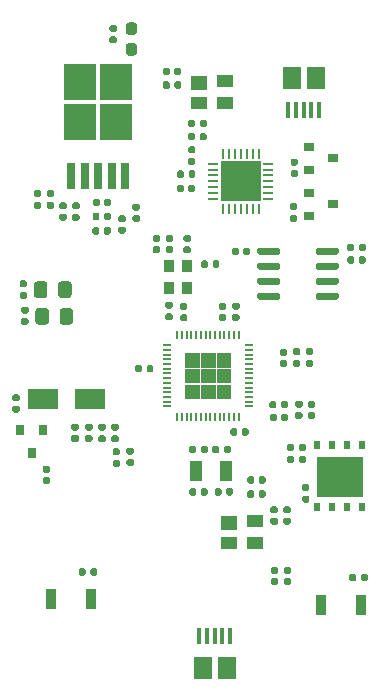
<source format=gbr>
%TF.GenerationSoftware,KiCad,Pcbnew,(5.1.6)-1*%
%TF.CreationDate,2022-05-16T14:52:33-05:00*%
%TF.ProjectId,ESP32-S2_Dev,45535033-322d-4533-925f-4465762e6b69,rev?*%
%TF.SameCoordinates,Original*%
%TF.FileFunction,Paste,Top*%
%TF.FilePolarity,Positive*%
%FSLAX46Y46*%
G04 Gerber Fmt 4.6, Leading zero omitted, Abs format (unit mm)*
G04 Created by KiCad (PCBNEW (5.1.6)-1) date 2022-05-16 14:52:33*
%MOMM*%
%LPD*%
G01*
G04 APERTURE LIST*
%ADD10C,0.100000*%
%ADD11C,0.152400*%
%ADD12R,0.204000X0.757199*%
%ADD13R,0.757199X0.204000*%
%ADD14R,1.500000X1.900000*%
%ADD15R,0.400000X1.350000*%
%ADD16R,0.900000X1.700000*%
%ADD17R,1.000000X1.800000*%
%ADD18R,0.950000X1.050000*%
%ADD19R,0.800000X2.200000*%
%ADD20R,2.750000X3.050000*%
%ADD21R,3.352800X3.352800*%
%ADD22R,0.960399X0.254800*%
%ADD23R,0.254800X0.960399*%
%ADD24R,4.000000X3.400000*%
%ADD25R,0.480000X0.700000*%
%ADD26R,0.900000X0.800000*%
%ADD27R,0.800000X0.900000*%
%ADD28R,1.400000X1.000000*%
%ADD29R,1.400000X1.200000*%
%ADD30R,2.500000X1.800000*%
G04 APERTURE END LIST*
D10*
%TO.C,U3*%
G36*
X122104666Y-101708466D02*
G01*
X122104666Y-102846200D01*
X123242400Y-102846200D01*
X123242400Y-101708466D01*
X122104666Y-101708466D01*
G37*
X122104666Y-101708466D02*
X122104666Y-102846200D01*
X123242400Y-102846200D01*
X123242400Y-101708466D01*
X122104666Y-101708466D01*
G36*
X122104666Y-100370733D02*
G01*
X122104666Y-101508467D01*
X123242400Y-101508467D01*
X123242400Y-100370733D01*
X122104666Y-100370733D01*
G37*
X122104666Y-100370733D02*
X122104666Y-101508467D01*
X123242400Y-101508467D01*
X123242400Y-100370733D01*
X122104666Y-100370733D01*
G36*
X122104666Y-99033000D02*
G01*
X122104666Y-100170734D01*
X123242400Y-100170734D01*
X123242400Y-99033000D01*
X122104666Y-99033000D01*
G37*
X122104666Y-99033000D02*
X122104666Y-100170734D01*
X123242400Y-100170734D01*
X123242400Y-99033000D01*
X122104666Y-99033000D01*
G36*
X120766933Y-101708466D02*
G01*
X120766933Y-102846200D01*
X121904667Y-102846200D01*
X121904667Y-101708466D01*
X120766933Y-101708466D01*
G37*
X120766933Y-101708466D02*
X120766933Y-102846200D01*
X121904667Y-102846200D01*
X121904667Y-101708466D01*
X120766933Y-101708466D01*
G36*
X120766933Y-100370733D02*
G01*
X120766933Y-101508467D01*
X121904667Y-101508467D01*
X121904667Y-100370733D01*
X120766933Y-100370733D01*
G37*
X120766933Y-100370733D02*
X120766933Y-101508467D01*
X121904667Y-101508467D01*
X121904667Y-100370733D01*
X120766933Y-100370733D01*
G36*
X120766933Y-99033000D02*
G01*
X120766933Y-100170734D01*
X121904667Y-100170734D01*
X121904667Y-99033000D01*
X120766933Y-99033000D01*
G37*
X120766933Y-99033000D02*
X120766933Y-100170734D01*
X121904667Y-100170734D01*
X121904667Y-99033000D01*
X120766933Y-99033000D01*
G36*
X119429200Y-101708466D02*
G01*
X119429200Y-102846200D01*
X120566934Y-102846200D01*
X120566934Y-101708466D01*
X119429200Y-101708466D01*
G37*
X119429200Y-101708466D02*
X119429200Y-102846200D01*
X120566934Y-102846200D01*
X120566934Y-101708466D01*
X119429200Y-101708466D01*
G36*
X119429200Y-100370733D02*
G01*
X119429200Y-101508467D01*
X120566934Y-101508467D01*
X120566934Y-100370733D01*
X119429200Y-100370733D01*
G37*
X119429200Y-100370733D02*
X119429200Y-101508467D01*
X120566934Y-101508467D01*
X120566934Y-100370733D01*
X119429200Y-100370733D01*
G36*
X119429200Y-99033000D02*
G01*
X119429200Y-100170734D01*
X120566934Y-100170734D01*
X120566934Y-99033000D01*
X119429200Y-99033000D01*
G37*
X119429200Y-99033000D02*
X119429200Y-100170734D01*
X120566934Y-100170734D01*
X120566934Y-99033000D01*
X119429200Y-99033000D01*
D11*
%TO.C,U1*%
X125706200Y-82904000D02*
X124229800Y-82904000D01*
X124229800Y-82904000D02*
X124229800Y-84380400D01*
X124229800Y-84380400D02*
X125706200Y-84380400D01*
X125706200Y-84380400D02*
X125706200Y-82904000D01*
X124029800Y-82904000D02*
X122553400Y-82904000D01*
X122553400Y-82904000D02*
X122553400Y-84380400D01*
X122553400Y-84380400D02*
X124029800Y-84380400D01*
X124029800Y-84380400D02*
X124029800Y-82904000D01*
X125706200Y-84580400D02*
X124229800Y-84580400D01*
X124229800Y-84580400D02*
X124229800Y-86056800D01*
X124229800Y-86056800D02*
X125706200Y-86056800D01*
X125706200Y-86056800D02*
X125706200Y-84580400D01*
X124029800Y-84580400D02*
X122553400Y-84580400D01*
X122553400Y-84580400D02*
X122553400Y-86056800D01*
X122553400Y-86056800D02*
X124029800Y-86056800D01*
X124029800Y-86056800D02*
X124029800Y-84580400D01*
%TD*%
%TO.C,C34*%
G36*
G01*
X123525500Y-95717000D02*
X123870500Y-95717000D01*
G75*
G02*
X124018000Y-95864500I0J-147500D01*
G01*
X124018000Y-96159500D01*
G75*
G02*
X123870500Y-96307000I-147500J0D01*
G01*
X123525500Y-96307000D01*
G75*
G02*
X123378000Y-96159500I0J147500D01*
G01*
X123378000Y-95864500D01*
G75*
G02*
X123525500Y-95717000I147500J0D01*
G01*
G37*
G36*
G01*
X123525500Y-94747000D02*
X123870500Y-94747000D01*
G75*
G02*
X124018000Y-94894500I0J-147500D01*
G01*
X124018000Y-95189500D01*
G75*
G02*
X123870500Y-95337000I-147500J0D01*
G01*
X123525500Y-95337000D01*
G75*
G02*
X123378000Y-95189500I0J147500D01*
G01*
X123378000Y-94894500D01*
G75*
G02*
X123525500Y-94747000I147500J0D01*
G01*
G37*
%TD*%
D12*
%TO.C,U3*%
X118735800Y-97487600D03*
X119135799Y-97487600D03*
X119535801Y-97487600D03*
X119935800Y-97487600D03*
X120335799Y-97487600D03*
X120735801Y-97487600D03*
X121135800Y-97487600D03*
X121535800Y-97487600D03*
X121935799Y-97487600D03*
X122335801Y-97487600D03*
X122735800Y-97487600D03*
X123135799Y-97487600D03*
X123535801Y-97487600D03*
X123935800Y-97487600D03*
D13*
X124787800Y-98339600D03*
X124787800Y-98739599D03*
X124787800Y-99139601D03*
X124787800Y-99539600D03*
X124787800Y-99939599D03*
X124787800Y-100339601D03*
X124787800Y-100739600D03*
X124787800Y-101139600D03*
X124787800Y-101539599D03*
X124787800Y-101939601D03*
X124787800Y-102339600D03*
X124787800Y-102739599D03*
X124787800Y-103139601D03*
X124787800Y-103539600D03*
D12*
X123935800Y-104391600D03*
X123535801Y-104391600D03*
X123135799Y-104391600D03*
X122735800Y-104391600D03*
X122335801Y-104391600D03*
X121935799Y-104391600D03*
X121535800Y-104391600D03*
X121135800Y-104391600D03*
X120735801Y-104391600D03*
X120335799Y-104391600D03*
X119935800Y-104391600D03*
X119535801Y-104391600D03*
X119135799Y-104391600D03*
X118735800Y-104391600D03*
D13*
X117883800Y-103539600D03*
X117883800Y-103139601D03*
X117883800Y-102739599D03*
X117883800Y-102339600D03*
X117883800Y-101939601D03*
X117883800Y-101539599D03*
X117883800Y-101139600D03*
X117883800Y-100739600D03*
X117883800Y-100339601D03*
X117883800Y-99939599D03*
X117883800Y-99539600D03*
X117883800Y-99139601D03*
X117883800Y-98739599D03*
X117883800Y-98339600D03*
%TD*%
D14*
%TO.C,UART1*%
X130449200Y-75735200D03*
D15*
X129449200Y-78435200D03*
X128799200Y-78435200D03*
X128149200Y-78435200D03*
X130749200Y-78435200D03*
X130099200Y-78435200D03*
D14*
X128449200Y-75735200D03*
%TD*%
%TO.C,C36*%
G36*
G01*
X110256100Y-105575600D02*
X109911100Y-105575600D01*
G75*
G02*
X109763600Y-105428100I0J147500D01*
G01*
X109763600Y-105133100D01*
G75*
G02*
X109911100Y-104985600I147500J0D01*
G01*
X110256100Y-104985600D01*
G75*
G02*
X110403600Y-105133100I0J-147500D01*
G01*
X110403600Y-105428100D01*
G75*
G02*
X110256100Y-105575600I-147500J0D01*
G01*
G37*
G36*
G01*
X110256100Y-106545600D02*
X109911100Y-106545600D01*
G75*
G02*
X109763600Y-106398100I0J147500D01*
G01*
X109763600Y-106103100D01*
G75*
G02*
X109911100Y-105955600I147500J0D01*
G01*
X110256100Y-105955600D01*
G75*
G02*
X110403600Y-106103100I0J-147500D01*
G01*
X110403600Y-106398100D01*
G75*
G02*
X110256100Y-106545600I-147500J0D01*
G01*
G37*
%TD*%
%TO.C,R41*%
G36*
G01*
X113898900Y-88328000D02*
X114243900Y-88328000D01*
G75*
G02*
X114391400Y-88475500I0J-147500D01*
G01*
X114391400Y-88770500D01*
G75*
G02*
X114243900Y-88918000I-147500J0D01*
G01*
X113898900Y-88918000D01*
G75*
G02*
X113751400Y-88770500I0J147500D01*
G01*
X113751400Y-88475500D01*
G75*
G02*
X113898900Y-88328000I147500J0D01*
G01*
G37*
G36*
G01*
X113898900Y-87358000D02*
X114243900Y-87358000D01*
G75*
G02*
X114391400Y-87505500I0J-147500D01*
G01*
X114391400Y-87800500D01*
G75*
G02*
X114243900Y-87948000I-147500J0D01*
G01*
X113898900Y-87948000D01*
G75*
G02*
X113751400Y-87800500I0J147500D01*
G01*
X113751400Y-87505500D01*
G75*
G02*
X113898900Y-87358000I147500J0D01*
G01*
G37*
%TD*%
D16*
%TO.C,RST1*%
X130911600Y-120319800D03*
X134311600Y-120319800D03*
%TD*%
%TO.C,R38*%
G36*
G01*
X111363400Y-117723700D02*
X111363400Y-117378700D01*
G75*
G02*
X111510900Y-117231200I147500J0D01*
G01*
X111805900Y-117231200D01*
G75*
G02*
X111953400Y-117378700I0J-147500D01*
G01*
X111953400Y-117723700D01*
G75*
G02*
X111805900Y-117871200I-147500J0D01*
G01*
X111510900Y-117871200D01*
G75*
G02*
X111363400Y-117723700I0J147500D01*
G01*
G37*
G36*
G01*
X110393400Y-117723700D02*
X110393400Y-117378700D01*
G75*
G02*
X110540900Y-117231200I147500J0D01*
G01*
X110835900Y-117231200D01*
G75*
G02*
X110983400Y-117378700I0J-147500D01*
G01*
X110983400Y-117723700D01*
G75*
G02*
X110835900Y-117871200I-147500J0D01*
G01*
X110540900Y-117871200D01*
G75*
G02*
X110393400Y-117723700I0J147500D01*
G01*
G37*
%TD*%
%TO.C,R37*%
G36*
G01*
X134279000Y-118206300D02*
X134279000Y-117861300D01*
G75*
G02*
X134426500Y-117713800I147500J0D01*
G01*
X134721500Y-117713800D01*
G75*
G02*
X134869000Y-117861300I0J-147500D01*
G01*
X134869000Y-118206300D01*
G75*
G02*
X134721500Y-118353800I-147500J0D01*
G01*
X134426500Y-118353800D01*
G75*
G02*
X134279000Y-118206300I0J147500D01*
G01*
G37*
G36*
G01*
X133309000Y-118206300D02*
X133309000Y-117861300D01*
G75*
G02*
X133456500Y-117713800I147500J0D01*
G01*
X133751500Y-117713800D01*
G75*
G02*
X133899000Y-117861300I0J-147500D01*
G01*
X133899000Y-118206300D01*
G75*
G02*
X133751500Y-118353800I-147500J0D01*
G01*
X133456500Y-118353800D01*
G75*
G02*
X133309000Y-118206300I0J147500D01*
G01*
G37*
%TD*%
%TO.C,BOOT1*%
X108028000Y-119837200D03*
X111428000Y-119837200D03*
%TD*%
D17*
%TO.C,Y2*%
X120345200Y-108991400D03*
X122845200Y-108991400D03*
%TD*%
D18*
%TO.C,Y1*%
X119534600Y-93522800D03*
X118084600Y-93522800D03*
X118084600Y-91672800D03*
X119534600Y-91672800D03*
%TD*%
%TO.C,USER_LED1*%
G36*
G01*
X114621300Y-72776800D02*
X115096300Y-72776800D01*
G75*
G02*
X115333800Y-73014300I0J-237500D01*
G01*
X115333800Y-73589300D01*
G75*
G02*
X115096300Y-73826800I-237500J0D01*
G01*
X114621300Y-73826800D01*
G75*
G02*
X114383800Y-73589300I0J237500D01*
G01*
X114383800Y-73014300D01*
G75*
G02*
X114621300Y-72776800I237500J0D01*
G01*
G37*
G36*
G01*
X114621300Y-71026800D02*
X115096300Y-71026800D01*
G75*
G02*
X115333800Y-71264300I0J-237500D01*
G01*
X115333800Y-71839300D01*
G75*
G02*
X115096300Y-72076800I-237500J0D01*
G01*
X114621300Y-72076800D01*
G75*
G02*
X114383800Y-71839300I0J237500D01*
G01*
X114383800Y-71264300D01*
G75*
G02*
X114621300Y-71026800I237500J0D01*
G01*
G37*
%TD*%
D14*
%TO.C,USB1*%
X120920000Y-125697500D03*
D15*
X121920000Y-122997500D03*
X122570000Y-122997500D03*
X123220000Y-122997500D03*
X120620000Y-122997500D03*
X121270000Y-122997500D03*
D14*
X122920000Y-125697500D03*
%TD*%
D19*
%TO.C,U2*%
X109784800Y-84057600D03*
X110924800Y-84057600D03*
X112064800Y-84057600D03*
X113204800Y-84057600D03*
X114344800Y-84057600D03*
D20*
X113589800Y-76082600D03*
X110539800Y-79432600D03*
X110539800Y-76082600D03*
X113589800Y-79432600D03*
%TD*%
D21*
%TO.C,U1*%
X124129800Y-84480400D03*
D22*
X126451500Y-82980400D03*
X126451500Y-83480399D03*
X126451500Y-83980401D03*
X126451500Y-84480400D03*
X126451500Y-84980399D03*
X126451500Y-85480401D03*
X126451500Y-85980400D03*
D23*
X125629800Y-86802100D03*
X125129801Y-86802100D03*
X124629799Y-86802100D03*
X124129800Y-86802100D03*
X123629801Y-86802100D03*
X123129799Y-86802100D03*
X122629800Y-86802100D03*
D22*
X121808100Y-85980400D03*
X121808100Y-85480401D03*
X121808100Y-84980399D03*
X121808100Y-84480400D03*
X121808100Y-83980401D03*
X121808100Y-83480399D03*
X121808100Y-82980400D03*
D23*
X122629800Y-82158700D03*
X123129799Y-82158700D03*
X123629801Y-82158700D03*
X124129800Y-82158700D03*
X124629799Y-82158700D03*
X125129801Y-82158700D03*
X125629800Y-82158700D03*
%TD*%
%TO.C,SRAM1*%
G36*
G01*
X130455800Y-90548600D02*
X130455800Y-90248600D01*
G75*
G02*
X130605800Y-90098600I150000J0D01*
G01*
X132255800Y-90098600D01*
G75*
G02*
X132405800Y-90248600I0J-150000D01*
G01*
X132405800Y-90548600D01*
G75*
G02*
X132255800Y-90698600I-150000J0D01*
G01*
X130605800Y-90698600D01*
G75*
G02*
X130455800Y-90548600I0J150000D01*
G01*
G37*
G36*
G01*
X130455800Y-91818600D02*
X130455800Y-91518600D01*
G75*
G02*
X130605800Y-91368600I150000J0D01*
G01*
X132255800Y-91368600D01*
G75*
G02*
X132405800Y-91518600I0J-150000D01*
G01*
X132405800Y-91818600D01*
G75*
G02*
X132255800Y-91968600I-150000J0D01*
G01*
X130605800Y-91968600D01*
G75*
G02*
X130455800Y-91818600I0J150000D01*
G01*
G37*
G36*
G01*
X130455800Y-93088600D02*
X130455800Y-92788600D01*
G75*
G02*
X130605800Y-92638600I150000J0D01*
G01*
X132255800Y-92638600D01*
G75*
G02*
X132405800Y-92788600I0J-150000D01*
G01*
X132405800Y-93088600D01*
G75*
G02*
X132255800Y-93238600I-150000J0D01*
G01*
X130605800Y-93238600D01*
G75*
G02*
X130455800Y-93088600I0J150000D01*
G01*
G37*
G36*
G01*
X130455800Y-94358600D02*
X130455800Y-94058600D01*
G75*
G02*
X130605800Y-93908600I150000J0D01*
G01*
X132255800Y-93908600D01*
G75*
G02*
X132405800Y-94058600I0J-150000D01*
G01*
X132405800Y-94358600D01*
G75*
G02*
X132255800Y-94508600I-150000J0D01*
G01*
X130605800Y-94508600D01*
G75*
G02*
X130455800Y-94358600I0J150000D01*
G01*
G37*
G36*
G01*
X125505800Y-94358600D02*
X125505800Y-94058600D01*
G75*
G02*
X125655800Y-93908600I150000J0D01*
G01*
X127305800Y-93908600D01*
G75*
G02*
X127455800Y-94058600I0J-150000D01*
G01*
X127455800Y-94358600D01*
G75*
G02*
X127305800Y-94508600I-150000J0D01*
G01*
X125655800Y-94508600D01*
G75*
G02*
X125505800Y-94358600I0J150000D01*
G01*
G37*
G36*
G01*
X125505800Y-93088600D02*
X125505800Y-92788600D01*
G75*
G02*
X125655800Y-92638600I150000J0D01*
G01*
X127305800Y-92638600D01*
G75*
G02*
X127455800Y-92788600I0J-150000D01*
G01*
X127455800Y-93088600D01*
G75*
G02*
X127305800Y-93238600I-150000J0D01*
G01*
X125655800Y-93238600D01*
G75*
G02*
X125505800Y-93088600I0J150000D01*
G01*
G37*
G36*
G01*
X125505800Y-91818600D02*
X125505800Y-91518600D01*
G75*
G02*
X125655800Y-91368600I150000J0D01*
G01*
X127305800Y-91368600D01*
G75*
G02*
X127455800Y-91518600I0J-150000D01*
G01*
X127455800Y-91818600D01*
G75*
G02*
X127305800Y-91968600I-150000J0D01*
G01*
X125655800Y-91968600D01*
G75*
G02*
X125505800Y-91818600I0J150000D01*
G01*
G37*
G36*
G01*
X125505800Y-90548600D02*
X125505800Y-90248600D01*
G75*
G02*
X125655800Y-90098600I150000J0D01*
G01*
X127305800Y-90098600D01*
G75*
G02*
X127455800Y-90248600I0J-150000D01*
G01*
X127455800Y-90548600D01*
G75*
G02*
X127305800Y-90698600I-150000J0D01*
G01*
X125655800Y-90698600D01*
G75*
G02*
X125505800Y-90548600I0J150000D01*
G01*
G37*
%TD*%
D24*
%TO.C,SPI_FLASH_16Mb1*%
X132490200Y-109484400D03*
D25*
X130593200Y-106770400D03*
X131863200Y-106770400D03*
X133133200Y-106770400D03*
X134403200Y-106770400D03*
X134403200Y-112070400D03*
X133133200Y-112070400D03*
X131863200Y-112070400D03*
X130593200Y-112070400D03*
%TD*%
%TO.C,RESET_EN1*%
G36*
G01*
X108645000Y-94099801D02*
X108645000Y-93199799D01*
G75*
G02*
X108894999Y-92949800I249999J0D01*
G01*
X109545001Y-92949800D01*
G75*
G02*
X109795000Y-93199799I0J-249999D01*
G01*
X109795000Y-94099801D01*
G75*
G02*
X109545001Y-94349800I-249999J0D01*
G01*
X108894999Y-94349800D01*
G75*
G02*
X108645000Y-94099801I0J249999D01*
G01*
G37*
G36*
G01*
X106595000Y-94099801D02*
X106595000Y-93199799D01*
G75*
G02*
X106844999Y-92949800I249999J0D01*
G01*
X107495001Y-92949800D01*
G75*
G02*
X107745000Y-93199799I0J-249999D01*
G01*
X107745000Y-94099801D01*
G75*
G02*
X107495001Y-94349800I-249999J0D01*
G01*
X106844999Y-94349800D01*
G75*
G02*
X106595000Y-94099801I0J249999D01*
G01*
G37*
%TD*%
%TO.C,R36*%
G36*
G01*
X121726600Y-91663300D02*
X121726600Y-91318300D01*
G75*
G02*
X121874100Y-91170800I147500J0D01*
G01*
X122169100Y-91170800D01*
G75*
G02*
X122316600Y-91318300I0J-147500D01*
G01*
X122316600Y-91663300D01*
G75*
G02*
X122169100Y-91810800I-147500J0D01*
G01*
X121874100Y-91810800D01*
G75*
G02*
X121726600Y-91663300I0J147500D01*
G01*
G37*
G36*
G01*
X120756600Y-91663300D02*
X120756600Y-91318300D01*
G75*
G02*
X120904100Y-91170800I147500J0D01*
G01*
X121199100Y-91170800D01*
G75*
G02*
X121346600Y-91318300I0J-147500D01*
G01*
X121346600Y-91663300D01*
G75*
G02*
X121199100Y-91810800I-147500J0D01*
G01*
X120904100Y-91810800D01*
G75*
G02*
X120756600Y-91663300I0J147500D01*
G01*
G37*
%TD*%
%TO.C,R35*%
G36*
G01*
X128859500Y-104022800D02*
X129204500Y-104022800D01*
G75*
G02*
X129352000Y-104170300I0J-147500D01*
G01*
X129352000Y-104465300D01*
G75*
G02*
X129204500Y-104612800I-147500J0D01*
G01*
X128859500Y-104612800D01*
G75*
G02*
X128712000Y-104465300I0J147500D01*
G01*
X128712000Y-104170300D01*
G75*
G02*
X128859500Y-104022800I147500J0D01*
G01*
G37*
G36*
G01*
X128859500Y-103052800D02*
X129204500Y-103052800D01*
G75*
G02*
X129352000Y-103200300I0J-147500D01*
G01*
X129352000Y-103495300D01*
G75*
G02*
X129204500Y-103642800I-147500J0D01*
G01*
X128859500Y-103642800D01*
G75*
G02*
X128712000Y-103495300I0J147500D01*
G01*
X128712000Y-103200300D01*
G75*
G02*
X128859500Y-103052800I147500J0D01*
G01*
G37*
%TD*%
%TO.C,R34*%
G36*
G01*
X129926300Y-104027600D02*
X130271300Y-104027600D01*
G75*
G02*
X130418800Y-104175100I0J-147500D01*
G01*
X130418800Y-104470100D01*
G75*
G02*
X130271300Y-104617600I-147500J0D01*
G01*
X129926300Y-104617600D01*
G75*
G02*
X129778800Y-104470100I0J147500D01*
G01*
X129778800Y-104175100D01*
G75*
G02*
X129926300Y-104027600I147500J0D01*
G01*
G37*
G36*
G01*
X129926300Y-103057600D02*
X130271300Y-103057600D01*
G75*
G02*
X130418800Y-103205100I0J-147500D01*
G01*
X130418800Y-103500100D01*
G75*
G02*
X130271300Y-103647600I-147500J0D01*
G01*
X129926300Y-103647600D01*
G75*
G02*
X129778800Y-103500100I0J147500D01*
G01*
X129778800Y-103205100D01*
G75*
G02*
X129926300Y-103057600I147500J0D01*
G01*
G37*
%TD*%
%TO.C,R33*%
G36*
G01*
X130118900Y-99202600D02*
X129773900Y-99202600D01*
G75*
G02*
X129626400Y-99055100I0J147500D01*
G01*
X129626400Y-98760100D01*
G75*
G02*
X129773900Y-98612600I147500J0D01*
G01*
X130118900Y-98612600D01*
G75*
G02*
X130266400Y-98760100I0J-147500D01*
G01*
X130266400Y-99055100D01*
G75*
G02*
X130118900Y-99202600I-147500J0D01*
G01*
G37*
G36*
G01*
X130118900Y-100172600D02*
X129773900Y-100172600D01*
G75*
G02*
X129626400Y-100025100I0J147500D01*
G01*
X129626400Y-99730100D01*
G75*
G02*
X129773900Y-99582600I147500J0D01*
G01*
X130118900Y-99582600D01*
G75*
G02*
X130266400Y-99730100I0J-147500D01*
G01*
X130266400Y-100025100D01*
G75*
G02*
X130118900Y-100172600I-147500J0D01*
G01*
G37*
%TD*%
%TO.C,R32*%
G36*
G01*
X129026700Y-99202600D02*
X128681700Y-99202600D01*
G75*
G02*
X128534200Y-99055100I0J147500D01*
G01*
X128534200Y-98760100D01*
G75*
G02*
X128681700Y-98612600I147500J0D01*
G01*
X129026700Y-98612600D01*
G75*
G02*
X129174200Y-98760100I0J-147500D01*
G01*
X129174200Y-99055100D01*
G75*
G02*
X129026700Y-99202600I-147500J0D01*
G01*
G37*
G36*
G01*
X129026700Y-100172600D02*
X128681700Y-100172600D01*
G75*
G02*
X128534200Y-100025100I0J147500D01*
G01*
X128534200Y-99730100D01*
G75*
G02*
X128681700Y-99582600I147500J0D01*
G01*
X129026700Y-99582600D01*
G75*
G02*
X129174200Y-99730100I0J-147500D01*
G01*
X129174200Y-100025100D01*
G75*
G02*
X129026700Y-100172600I-147500J0D01*
G01*
G37*
%TD*%
%TO.C,R31*%
G36*
G01*
X127909100Y-99225600D02*
X127564100Y-99225600D01*
G75*
G02*
X127416600Y-99078100I0J147500D01*
G01*
X127416600Y-98783100D01*
G75*
G02*
X127564100Y-98635600I147500J0D01*
G01*
X127909100Y-98635600D01*
G75*
G02*
X128056600Y-98783100I0J-147500D01*
G01*
X128056600Y-99078100D01*
G75*
G02*
X127909100Y-99225600I-147500J0D01*
G01*
G37*
G36*
G01*
X127909100Y-100195600D02*
X127564100Y-100195600D01*
G75*
G02*
X127416600Y-100048100I0J147500D01*
G01*
X127416600Y-99753100D01*
G75*
G02*
X127564100Y-99605600I147500J0D01*
G01*
X127909100Y-99605600D01*
G75*
G02*
X128056600Y-99753100I0J-147500D01*
G01*
X128056600Y-100048100D01*
G75*
G02*
X127909100Y-100195600I-147500J0D01*
G01*
G37*
%TD*%
%TO.C,R30*%
G36*
G01*
X122752900Y-95337000D02*
X122407900Y-95337000D01*
G75*
G02*
X122260400Y-95189500I0J147500D01*
G01*
X122260400Y-94894500D01*
G75*
G02*
X122407900Y-94747000I147500J0D01*
G01*
X122752900Y-94747000D01*
G75*
G02*
X122900400Y-94894500I0J-147500D01*
G01*
X122900400Y-95189500D01*
G75*
G02*
X122752900Y-95337000I-147500J0D01*
G01*
G37*
G36*
G01*
X122752900Y-96307000D02*
X122407900Y-96307000D01*
G75*
G02*
X122260400Y-96159500I0J147500D01*
G01*
X122260400Y-95864500D01*
G75*
G02*
X122407900Y-95717000I147500J0D01*
G01*
X122752900Y-95717000D01*
G75*
G02*
X122900400Y-95864500I0J-147500D01*
G01*
X122900400Y-96159500D01*
G75*
G02*
X122752900Y-96307000I-147500J0D01*
G01*
G37*
%TD*%
%TO.C,R28*%
G36*
G01*
X113481900Y-71827400D02*
X113136900Y-71827400D01*
G75*
G02*
X112989400Y-71679900I0J147500D01*
G01*
X112989400Y-71384900D01*
G75*
G02*
X113136900Y-71237400I147500J0D01*
G01*
X113481900Y-71237400D01*
G75*
G02*
X113629400Y-71384900I0J-147500D01*
G01*
X113629400Y-71679900D01*
G75*
G02*
X113481900Y-71827400I-147500J0D01*
G01*
G37*
G36*
G01*
X113481900Y-72797400D02*
X113136900Y-72797400D01*
G75*
G02*
X112989400Y-72649900I0J147500D01*
G01*
X112989400Y-72354900D01*
G75*
G02*
X113136900Y-72207400I147500J0D01*
G01*
X113481900Y-72207400D01*
G75*
G02*
X113629400Y-72354900I0J-147500D01*
G01*
X113629400Y-72649900D01*
G75*
G02*
X113481900Y-72797400I-147500J0D01*
G01*
G37*
%TD*%
%TO.C,R26*%
G36*
G01*
X105887300Y-93462200D02*
X105542300Y-93462200D01*
G75*
G02*
X105394800Y-93314700I0J147500D01*
G01*
X105394800Y-93019700D01*
G75*
G02*
X105542300Y-92872200I147500J0D01*
G01*
X105887300Y-92872200D01*
G75*
G02*
X106034800Y-93019700I0J-147500D01*
G01*
X106034800Y-93314700D01*
G75*
G02*
X105887300Y-93462200I-147500J0D01*
G01*
G37*
G36*
G01*
X105887300Y-94432200D02*
X105542300Y-94432200D01*
G75*
G02*
X105394800Y-94284700I0J147500D01*
G01*
X105394800Y-93989700D01*
G75*
G02*
X105542300Y-93842200I147500J0D01*
G01*
X105887300Y-93842200D01*
G75*
G02*
X106034800Y-93989700I0J-147500D01*
G01*
X106034800Y-94284700D01*
G75*
G02*
X105887300Y-94432200I-147500J0D01*
G01*
G37*
%TD*%
%TO.C,R24*%
G36*
G01*
X128213900Y-112588400D02*
X127868900Y-112588400D01*
G75*
G02*
X127721400Y-112440900I0J147500D01*
G01*
X127721400Y-112145900D01*
G75*
G02*
X127868900Y-111998400I147500J0D01*
G01*
X128213900Y-111998400D01*
G75*
G02*
X128361400Y-112145900I0J-147500D01*
G01*
X128361400Y-112440900D01*
G75*
G02*
X128213900Y-112588400I-147500J0D01*
G01*
G37*
G36*
G01*
X128213900Y-113558400D02*
X127868900Y-113558400D01*
G75*
G02*
X127721400Y-113410900I0J147500D01*
G01*
X127721400Y-113115900D01*
G75*
G02*
X127868900Y-112968400I147500J0D01*
G01*
X128213900Y-112968400D01*
G75*
G02*
X128361400Y-113115900I0J-147500D01*
G01*
X128361400Y-113410900D01*
G75*
G02*
X128213900Y-113558400I-147500J0D01*
G01*
G37*
%TD*%
%TO.C,R23*%
G36*
G01*
X112531800Y-88843900D02*
X112531800Y-88498900D01*
G75*
G02*
X112679300Y-88351400I147500J0D01*
G01*
X112974300Y-88351400D01*
G75*
G02*
X113121800Y-88498900I0J-147500D01*
G01*
X113121800Y-88843900D01*
G75*
G02*
X112974300Y-88991400I-147500J0D01*
G01*
X112679300Y-88991400D01*
G75*
G02*
X112531800Y-88843900I0J147500D01*
G01*
G37*
G36*
G01*
X111561800Y-88843900D02*
X111561800Y-88498900D01*
G75*
G02*
X111709300Y-88351400I147500J0D01*
G01*
X112004300Y-88351400D01*
G75*
G02*
X112151800Y-88498900I0J-147500D01*
G01*
X112151800Y-88843900D01*
G75*
G02*
X112004300Y-88991400I-147500J0D01*
G01*
X111709300Y-88991400D01*
G75*
G02*
X111561800Y-88843900I0J147500D01*
G01*
G37*
%TD*%
%TO.C,R22*%
G36*
G01*
X128747300Y-86932000D02*
X128402300Y-86932000D01*
G75*
G02*
X128254800Y-86784500I0J147500D01*
G01*
X128254800Y-86489500D01*
G75*
G02*
X128402300Y-86342000I147500J0D01*
G01*
X128747300Y-86342000D01*
G75*
G02*
X128894800Y-86489500I0J-147500D01*
G01*
X128894800Y-86784500D01*
G75*
G02*
X128747300Y-86932000I-147500J0D01*
G01*
G37*
G36*
G01*
X128747300Y-87902000D02*
X128402300Y-87902000D01*
G75*
G02*
X128254800Y-87754500I0J147500D01*
G01*
X128254800Y-87459500D01*
G75*
G02*
X128402300Y-87312000I147500J0D01*
G01*
X128747300Y-87312000D01*
G75*
G02*
X128894800Y-87459500I0J-147500D01*
G01*
X128894800Y-87754500D01*
G75*
G02*
X128747300Y-87902000I-147500J0D01*
G01*
G37*
%TD*%
%TO.C,R21*%
G36*
G01*
X128478500Y-83529800D02*
X128823500Y-83529800D01*
G75*
G02*
X128971000Y-83677300I0J-147500D01*
G01*
X128971000Y-83972300D01*
G75*
G02*
X128823500Y-84119800I-147500J0D01*
G01*
X128478500Y-84119800D01*
G75*
G02*
X128331000Y-83972300I0J147500D01*
G01*
X128331000Y-83677300D01*
G75*
G02*
X128478500Y-83529800I147500J0D01*
G01*
G37*
G36*
G01*
X128478500Y-82559800D02*
X128823500Y-82559800D01*
G75*
G02*
X128971000Y-82707300I0J-147500D01*
G01*
X128971000Y-83002300D01*
G75*
G02*
X128823500Y-83149800I-147500J0D01*
G01*
X128478500Y-83149800D01*
G75*
G02*
X128331000Y-83002300I0J147500D01*
G01*
X128331000Y-82707300D01*
G75*
G02*
X128478500Y-82559800I147500J0D01*
G01*
G37*
%TD*%
%TO.C,R20*%
G36*
G01*
X114584700Y-107990000D02*
X114929700Y-107990000D01*
G75*
G02*
X115077200Y-108137500I0J-147500D01*
G01*
X115077200Y-108432500D01*
G75*
G02*
X114929700Y-108580000I-147500J0D01*
G01*
X114584700Y-108580000D01*
G75*
G02*
X114437200Y-108432500I0J147500D01*
G01*
X114437200Y-108137500D01*
G75*
G02*
X114584700Y-107990000I147500J0D01*
G01*
G37*
G36*
G01*
X114584700Y-107020000D02*
X114929700Y-107020000D01*
G75*
G02*
X115077200Y-107167500I0J-147500D01*
G01*
X115077200Y-107462500D01*
G75*
G02*
X114929700Y-107610000I-147500J0D01*
G01*
X114584700Y-107610000D01*
G75*
G02*
X114437200Y-107462500I0J147500D01*
G01*
X114437200Y-107167500D01*
G75*
G02*
X114584700Y-107020000I147500J0D01*
G01*
G37*
%TD*%
%TO.C,R19*%
G36*
G01*
X127894300Y-118071400D02*
X128239300Y-118071400D01*
G75*
G02*
X128386800Y-118218900I0J-147500D01*
G01*
X128386800Y-118513900D01*
G75*
G02*
X128239300Y-118661400I-147500J0D01*
G01*
X127894300Y-118661400D01*
G75*
G02*
X127746800Y-118513900I0J147500D01*
G01*
X127746800Y-118218900D01*
G75*
G02*
X127894300Y-118071400I147500J0D01*
G01*
G37*
G36*
G01*
X127894300Y-117101400D02*
X128239300Y-117101400D01*
G75*
G02*
X128386800Y-117248900I0J-147500D01*
G01*
X128386800Y-117543900D01*
G75*
G02*
X128239300Y-117691400I-147500J0D01*
G01*
X127894300Y-117691400D01*
G75*
G02*
X127746800Y-117543900I0J147500D01*
G01*
X127746800Y-117248900D01*
G75*
G02*
X127894300Y-117101400I147500J0D01*
G01*
G37*
%TD*%
%TO.C,R18*%
G36*
G01*
X106014300Y-95669600D02*
X105669300Y-95669600D01*
G75*
G02*
X105521800Y-95522100I0J147500D01*
G01*
X105521800Y-95227100D01*
G75*
G02*
X105669300Y-95079600I147500J0D01*
G01*
X106014300Y-95079600D01*
G75*
G02*
X106161800Y-95227100I0J-147500D01*
G01*
X106161800Y-95522100D01*
G75*
G02*
X106014300Y-95669600I-147500J0D01*
G01*
G37*
G36*
G01*
X106014300Y-96639600D02*
X105669300Y-96639600D01*
G75*
G02*
X105521800Y-96492100I0J147500D01*
G01*
X105521800Y-96197100D01*
G75*
G02*
X105669300Y-96049600I147500J0D01*
G01*
X106014300Y-96049600D01*
G75*
G02*
X106161800Y-96197100I0J-147500D01*
G01*
X106161800Y-96492100D01*
G75*
G02*
X106014300Y-96639600I-147500J0D01*
G01*
G37*
%TD*%
%TO.C,R17*%
G36*
G01*
X115092700Y-87335000D02*
X115437700Y-87335000D01*
G75*
G02*
X115585200Y-87482500I0J-147500D01*
G01*
X115585200Y-87777500D01*
G75*
G02*
X115437700Y-87925000I-147500J0D01*
G01*
X115092700Y-87925000D01*
G75*
G02*
X114945200Y-87777500I0J147500D01*
G01*
X114945200Y-87482500D01*
G75*
G02*
X115092700Y-87335000I147500J0D01*
G01*
G37*
G36*
G01*
X115092700Y-86365000D02*
X115437700Y-86365000D01*
G75*
G02*
X115585200Y-86512500I0J-147500D01*
G01*
X115585200Y-86807500D01*
G75*
G02*
X115437700Y-86955000I-147500J0D01*
G01*
X115092700Y-86955000D01*
G75*
G02*
X114945200Y-86807500I0J147500D01*
G01*
X114945200Y-86512500D01*
G75*
G02*
X115092700Y-86365000I147500J0D01*
G01*
G37*
%TD*%
%TO.C,R16*%
G36*
G01*
X119105900Y-95747200D02*
X119450900Y-95747200D01*
G75*
G02*
X119598400Y-95894700I0J-147500D01*
G01*
X119598400Y-96189700D01*
G75*
G02*
X119450900Y-96337200I-147500J0D01*
G01*
X119105900Y-96337200D01*
G75*
G02*
X118958400Y-96189700I0J147500D01*
G01*
X118958400Y-95894700D01*
G75*
G02*
X119105900Y-95747200I147500J0D01*
G01*
G37*
G36*
G01*
X119105900Y-94777200D02*
X119450900Y-94777200D01*
G75*
G02*
X119598400Y-94924700I0J-147500D01*
G01*
X119598400Y-95219700D01*
G75*
G02*
X119450900Y-95367200I-147500J0D01*
G01*
X119105900Y-95367200D01*
G75*
G02*
X118958400Y-95219700I0J147500D01*
G01*
X118958400Y-94924700D01*
G75*
G02*
X119105900Y-94777200I147500J0D01*
G01*
G37*
%TD*%
%TO.C,R15*%
G36*
G01*
X112542100Y-105603400D02*
X112197100Y-105603400D01*
G75*
G02*
X112049600Y-105455900I0J147500D01*
G01*
X112049600Y-105160900D01*
G75*
G02*
X112197100Y-105013400I147500J0D01*
G01*
X112542100Y-105013400D01*
G75*
G02*
X112689600Y-105160900I0J-147500D01*
G01*
X112689600Y-105455900D01*
G75*
G02*
X112542100Y-105603400I-147500J0D01*
G01*
G37*
G36*
G01*
X112542100Y-106573400D02*
X112197100Y-106573400D01*
G75*
G02*
X112049600Y-106425900I0J147500D01*
G01*
X112049600Y-106130900D01*
G75*
G02*
X112197100Y-105983400I147500J0D01*
G01*
X112542100Y-105983400D01*
G75*
G02*
X112689600Y-106130900I0J-147500D01*
G01*
X112689600Y-106425900D01*
G75*
G02*
X112542100Y-106573400I-147500J0D01*
G01*
G37*
%TD*%
%TO.C,R14*%
G36*
G01*
X119669200Y-85262500D02*
X119669200Y-84917500D01*
G75*
G02*
X119816700Y-84770000I147500J0D01*
G01*
X120111700Y-84770000D01*
G75*
G02*
X120259200Y-84917500I0J-147500D01*
G01*
X120259200Y-85262500D01*
G75*
G02*
X120111700Y-85410000I-147500J0D01*
G01*
X119816700Y-85410000D01*
G75*
G02*
X119669200Y-85262500I0J147500D01*
G01*
G37*
G36*
G01*
X118699200Y-85262500D02*
X118699200Y-84917500D01*
G75*
G02*
X118846700Y-84770000I147500J0D01*
G01*
X119141700Y-84770000D01*
G75*
G02*
X119289200Y-84917500I0J-147500D01*
G01*
X119289200Y-85262500D01*
G75*
G02*
X119141700Y-85410000I-147500J0D01*
G01*
X118846700Y-85410000D01*
G75*
G02*
X118699200Y-85262500I0J147500D01*
G01*
G37*
%TD*%
%TO.C,R13*%
G36*
G01*
X118257100Y-89599000D02*
X117912100Y-89599000D01*
G75*
G02*
X117764600Y-89451500I0J147500D01*
G01*
X117764600Y-89156500D01*
G75*
G02*
X117912100Y-89009000I147500J0D01*
G01*
X118257100Y-89009000D01*
G75*
G02*
X118404600Y-89156500I0J-147500D01*
G01*
X118404600Y-89451500D01*
G75*
G02*
X118257100Y-89599000I-147500J0D01*
G01*
G37*
G36*
G01*
X118257100Y-90569000D02*
X117912100Y-90569000D01*
G75*
G02*
X117764600Y-90421500I0J147500D01*
G01*
X117764600Y-90126500D01*
G75*
G02*
X117912100Y-89979000I147500J0D01*
G01*
X118257100Y-89979000D01*
G75*
G02*
X118404600Y-90126500I0J-147500D01*
G01*
X118404600Y-90421500D01*
G75*
G02*
X118257100Y-90569000I-147500J0D01*
G01*
G37*
%TD*%
%TO.C,R12*%
G36*
G01*
X113634300Y-105598600D02*
X113289300Y-105598600D01*
G75*
G02*
X113141800Y-105451100I0J147500D01*
G01*
X113141800Y-105156100D01*
G75*
G02*
X113289300Y-105008600I147500J0D01*
G01*
X113634300Y-105008600D01*
G75*
G02*
X113781800Y-105156100I0J-147500D01*
G01*
X113781800Y-105451100D01*
G75*
G02*
X113634300Y-105598600I-147500J0D01*
G01*
G37*
G36*
G01*
X113634300Y-106568600D02*
X113289300Y-106568600D01*
G75*
G02*
X113141800Y-106421100I0J147500D01*
G01*
X113141800Y-106126100D01*
G75*
G02*
X113289300Y-105978600I147500J0D01*
G01*
X113634300Y-105978600D01*
G75*
G02*
X113781800Y-106126100I0J-147500D01*
G01*
X113781800Y-106421100D01*
G75*
G02*
X113634300Y-106568600I-147500J0D01*
G01*
G37*
%TD*%
%TO.C,R11*%
G36*
G01*
X119694600Y-84043300D02*
X119694600Y-83698300D01*
G75*
G02*
X119842100Y-83550800I147500J0D01*
G01*
X120137100Y-83550800D01*
G75*
G02*
X120284600Y-83698300I0J-147500D01*
G01*
X120284600Y-84043300D01*
G75*
G02*
X120137100Y-84190800I-147500J0D01*
G01*
X119842100Y-84190800D01*
G75*
G02*
X119694600Y-84043300I0J147500D01*
G01*
G37*
G36*
G01*
X118724600Y-84043300D02*
X118724600Y-83698300D01*
G75*
G02*
X118872100Y-83550800I147500J0D01*
G01*
X119167100Y-83550800D01*
G75*
G02*
X119314600Y-83698300I0J-147500D01*
G01*
X119314600Y-84043300D01*
G75*
G02*
X119167100Y-84190800I-147500J0D01*
G01*
X118872100Y-84190800D01*
G75*
G02*
X118724600Y-84043300I0J147500D01*
G01*
G37*
%TD*%
%TO.C,R10*%
G36*
G01*
X119791700Y-82488400D02*
X120136700Y-82488400D01*
G75*
G02*
X120284200Y-82635900I0J-147500D01*
G01*
X120284200Y-82930900D01*
G75*
G02*
X120136700Y-83078400I-147500J0D01*
G01*
X119791700Y-83078400D01*
G75*
G02*
X119644200Y-82930900I0J147500D01*
G01*
X119644200Y-82635900D01*
G75*
G02*
X119791700Y-82488400I147500J0D01*
G01*
G37*
G36*
G01*
X119791700Y-81518400D02*
X120136700Y-81518400D01*
G75*
G02*
X120284200Y-81665900I0J-147500D01*
G01*
X120284200Y-81960900D01*
G75*
G02*
X120136700Y-82108400I-147500J0D01*
G01*
X119791700Y-82108400D01*
G75*
G02*
X119644200Y-81960900I0J147500D01*
G01*
X119644200Y-81665900D01*
G75*
G02*
X119791700Y-81518400I147500J0D01*
G01*
G37*
%TD*%
%TO.C,R8*%
G36*
G01*
X122691800Y-107360500D02*
X122691800Y-107015500D01*
G75*
G02*
X122839300Y-106868000I147500J0D01*
G01*
X123134300Y-106868000D01*
G75*
G02*
X123281800Y-107015500I0J-147500D01*
G01*
X123281800Y-107360500D01*
G75*
G02*
X123134300Y-107508000I-147500J0D01*
G01*
X122839300Y-107508000D01*
G75*
G02*
X122691800Y-107360500I0J147500D01*
G01*
G37*
G36*
G01*
X121721800Y-107360500D02*
X121721800Y-107015500D01*
G75*
G02*
X121869300Y-106868000I147500J0D01*
G01*
X122164300Y-106868000D01*
G75*
G02*
X122311800Y-107015500I0J-147500D01*
G01*
X122311800Y-107360500D01*
G75*
G02*
X122164300Y-107508000I-147500J0D01*
G01*
X121869300Y-107508000D01*
G75*
G02*
X121721800Y-107360500I0J147500D01*
G01*
G37*
%TD*%
%TO.C,R7*%
G36*
G01*
X107828300Y-86194400D02*
X108173300Y-86194400D01*
G75*
G02*
X108320800Y-86341900I0J-147500D01*
G01*
X108320800Y-86636900D01*
G75*
G02*
X108173300Y-86784400I-147500J0D01*
G01*
X107828300Y-86784400D01*
G75*
G02*
X107680800Y-86636900I0J147500D01*
G01*
X107680800Y-86341900D01*
G75*
G02*
X107828300Y-86194400I147500J0D01*
G01*
G37*
G36*
G01*
X107828300Y-85224400D02*
X108173300Y-85224400D01*
G75*
G02*
X108320800Y-85371900I0J-147500D01*
G01*
X108320800Y-85666900D01*
G75*
G02*
X108173300Y-85814400I-147500J0D01*
G01*
X107828300Y-85814400D01*
G75*
G02*
X107680800Y-85666900I0J147500D01*
G01*
X107680800Y-85371900D01*
G75*
G02*
X107828300Y-85224400I147500J0D01*
G01*
G37*
%TD*%
%TO.C,R6*%
G36*
G01*
X107843100Y-109129200D02*
X107498100Y-109129200D01*
G75*
G02*
X107350600Y-108981700I0J147500D01*
G01*
X107350600Y-108686700D01*
G75*
G02*
X107498100Y-108539200I147500J0D01*
G01*
X107843100Y-108539200D01*
G75*
G02*
X107990600Y-108686700I0J-147500D01*
G01*
X107990600Y-108981700D01*
G75*
G02*
X107843100Y-109129200I-147500J0D01*
G01*
G37*
G36*
G01*
X107843100Y-110099200D02*
X107498100Y-110099200D01*
G75*
G02*
X107350600Y-109951700I0J147500D01*
G01*
X107350600Y-109656700D01*
G75*
G02*
X107498100Y-109509200I147500J0D01*
G01*
X107843100Y-109509200D01*
G75*
G02*
X107990600Y-109656700I0J-147500D01*
G01*
X107990600Y-109951700D01*
G75*
G02*
X107843100Y-110099200I-147500J0D01*
G01*
G37*
%TD*%
%TO.C,R5*%
G36*
G01*
X120740800Y-107360500D02*
X120740800Y-107015500D01*
G75*
G02*
X120888300Y-106868000I147500J0D01*
G01*
X121183300Y-106868000D01*
G75*
G02*
X121330800Y-107015500I0J-147500D01*
G01*
X121330800Y-107360500D01*
G75*
G02*
X121183300Y-107508000I-147500J0D01*
G01*
X120888300Y-107508000D01*
G75*
G02*
X120740800Y-107360500I0J147500D01*
G01*
G37*
G36*
G01*
X119770800Y-107360500D02*
X119770800Y-107015500D01*
G75*
G02*
X119918300Y-106868000I147500J0D01*
G01*
X120213300Y-106868000D01*
G75*
G02*
X120360800Y-107015500I0J-147500D01*
G01*
X120360800Y-107360500D01*
G75*
G02*
X120213300Y-107508000I-147500J0D01*
G01*
X119918300Y-107508000D01*
G75*
G02*
X119770800Y-107360500I0J147500D01*
G01*
G37*
%TD*%
%TO.C,R4*%
G36*
G01*
X124322200Y-90596500D02*
X124322200Y-90251500D01*
G75*
G02*
X124469700Y-90104000I147500J0D01*
G01*
X124764700Y-90104000D01*
G75*
G02*
X124912200Y-90251500I0J-147500D01*
G01*
X124912200Y-90596500D01*
G75*
G02*
X124764700Y-90744000I-147500J0D01*
G01*
X124469700Y-90744000D01*
G75*
G02*
X124322200Y-90596500I0J147500D01*
G01*
G37*
G36*
G01*
X123352200Y-90596500D02*
X123352200Y-90251500D01*
G75*
G02*
X123499700Y-90104000I147500J0D01*
G01*
X123794700Y-90104000D01*
G75*
G02*
X123942200Y-90251500I0J-147500D01*
G01*
X123942200Y-90596500D01*
G75*
G02*
X123794700Y-90744000I-147500J0D01*
G01*
X123499700Y-90744000D01*
G75*
G02*
X123352200Y-90596500I0J147500D01*
G01*
G37*
%TD*%
%TO.C,R3*%
G36*
G01*
X129443700Y-111084000D02*
X129788700Y-111084000D01*
G75*
G02*
X129936200Y-111231500I0J-147500D01*
G01*
X129936200Y-111526500D01*
G75*
G02*
X129788700Y-111674000I-147500J0D01*
G01*
X129443700Y-111674000D01*
G75*
G02*
X129296200Y-111526500I0J147500D01*
G01*
X129296200Y-111231500D01*
G75*
G02*
X129443700Y-111084000I147500J0D01*
G01*
G37*
G36*
G01*
X129443700Y-110114000D02*
X129788700Y-110114000D01*
G75*
G02*
X129936200Y-110261500I0J-147500D01*
G01*
X129936200Y-110556500D01*
G75*
G02*
X129788700Y-110704000I-147500J0D01*
G01*
X129443700Y-110704000D01*
G75*
G02*
X129296200Y-110556500I0J147500D01*
G01*
X129296200Y-110261500D01*
G75*
G02*
X129443700Y-110114000I147500J0D01*
G01*
G37*
%TD*%
%TO.C,R2*%
G36*
G01*
X119755700Y-89599000D02*
X119410700Y-89599000D01*
G75*
G02*
X119263200Y-89451500I0J147500D01*
G01*
X119263200Y-89156500D01*
G75*
G02*
X119410700Y-89009000I147500J0D01*
G01*
X119755700Y-89009000D01*
G75*
G02*
X119903200Y-89156500I0J-147500D01*
G01*
X119903200Y-89451500D01*
G75*
G02*
X119755700Y-89599000I-147500J0D01*
G01*
G37*
G36*
G01*
X119755700Y-90569000D02*
X119410700Y-90569000D01*
G75*
G02*
X119263200Y-90421500I0J147500D01*
G01*
X119263200Y-90126500D01*
G75*
G02*
X119410700Y-89979000I147500J0D01*
G01*
X119755700Y-89979000D01*
G75*
G02*
X119903200Y-90126500I0J-147500D01*
G01*
X119903200Y-90421500D01*
G75*
G02*
X119755700Y-90569000I-147500J0D01*
G01*
G37*
%TD*%
%TO.C,R1*%
G36*
G01*
X105252300Y-103084000D02*
X104907300Y-103084000D01*
G75*
G02*
X104759800Y-102936500I0J147500D01*
G01*
X104759800Y-102641500D01*
G75*
G02*
X104907300Y-102494000I147500J0D01*
G01*
X105252300Y-102494000D01*
G75*
G02*
X105399800Y-102641500I0J-147500D01*
G01*
X105399800Y-102936500D01*
G75*
G02*
X105252300Y-103084000I-147500J0D01*
G01*
G37*
G36*
G01*
X105252300Y-104054000D02*
X104907300Y-104054000D01*
G75*
G02*
X104759800Y-103906500I0J147500D01*
G01*
X104759800Y-103611500D01*
G75*
G02*
X104907300Y-103464000I147500J0D01*
G01*
X105252300Y-103464000D01*
G75*
G02*
X105399800Y-103611500I0J-147500D01*
G01*
X105399800Y-103906500D01*
G75*
G02*
X105252300Y-104054000I-147500J0D01*
G01*
G37*
%TD*%
D26*
%TO.C,Q3*%
X131921000Y-86421000D03*
X129921000Y-87371000D03*
X129921000Y-85471000D03*
%TD*%
%TO.C,Q2*%
X131921000Y-82534800D03*
X129921000Y-83484800D03*
X129921000Y-81584800D03*
%TD*%
D27*
%TO.C,Q1*%
X106410800Y-107511600D03*
X105460800Y-105511600D03*
X107360800Y-105511600D03*
%TD*%
%TO.C,POWER_ON1*%
G36*
G01*
X108772000Y-96360401D02*
X108772000Y-95460399D01*
G75*
G02*
X109021999Y-95210400I249999J0D01*
G01*
X109672001Y-95210400D01*
G75*
G02*
X109922000Y-95460399I0J-249999D01*
G01*
X109922000Y-96360401D01*
G75*
G02*
X109672001Y-96610400I-249999J0D01*
G01*
X109021999Y-96610400D01*
G75*
G02*
X108772000Y-96360401I0J249999D01*
G01*
G37*
G36*
G01*
X106722000Y-96360401D02*
X106722000Y-95460399D01*
G75*
G02*
X106971999Y-95210400I249999J0D01*
G01*
X107622001Y-95210400D01*
G75*
G02*
X107872000Y-95460399I0J-249999D01*
G01*
X107872000Y-96360401D01*
G75*
G02*
X107622001Y-96610400I-249999J0D01*
G01*
X106971999Y-96610400D01*
G75*
G02*
X106722000Y-96360401I0J249999D01*
G01*
G37*
%TD*%
D28*
%TO.C,D3*%
X122799200Y-75943800D03*
X122799200Y-77843800D03*
X120599200Y-77843800D03*
D29*
X120599200Y-76123800D03*
%TD*%
D28*
%TO.C,D2*%
X125316200Y-113215200D03*
X125316200Y-115115200D03*
X123116200Y-115115200D03*
D29*
X123116200Y-113395200D03*
%TD*%
D30*
%TO.C,D1*%
X107391200Y-102870000D03*
X111391200Y-102870000D03*
%TD*%
%TO.C,C35*%
G36*
G01*
X127140200Y-103205500D02*
X127140200Y-103550500D01*
G75*
G02*
X126992700Y-103698000I-147500J0D01*
G01*
X126697700Y-103698000D01*
G75*
G02*
X126550200Y-103550500I0J147500D01*
G01*
X126550200Y-103205500D01*
G75*
G02*
X126697700Y-103058000I147500J0D01*
G01*
X126992700Y-103058000D01*
G75*
G02*
X127140200Y-103205500I0J-147500D01*
G01*
G37*
G36*
G01*
X128110200Y-103205500D02*
X128110200Y-103550500D01*
G75*
G02*
X127962700Y-103698000I-147500J0D01*
G01*
X127667700Y-103698000D01*
G75*
G02*
X127520200Y-103550500I0J147500D01*
G01*
X127520200Y-103205500D01*
G75*
G02*
X127667700Y-103058000I147500J0D01*
G01*
X127962700Y-103058000D01*
G75*
G02*
X128110200Y-103205500I0J-147500D01*
G01*
G37*
%TD*%
%TO.C,C33*%
G36*
G01*
X127149600Y-104298700D02*
X127149600Y-104643700D01*
G75*
G02*
X127002100Y-104791200I-147500J0D01*
G01*
X126707100Y-104791200D01*
G75*
G02*
X126559600Y-104643700I0J147500D01*
G01*
X126559600Y-104298700D01*
G75*
G02*
X126707100Y-104151200I147500J0D01*
G01*
X127002100Y-104151200D01*
G75*
G02*
X127149600Y-104298700I0J-147500D01*
G01*
G37*
G36*
G01*
X128119600Y-104298700D02*
X128119600Y-104643700D01*
G75*
G02*
X127972100Y-104791200I-147500J0D01*
G01*
X127677100Y-104791200D01*
G75*
G02*
X127529600Y-104643700I0J147500D01*
G01*
X127529600Y-104298700D01*
G75*
G02*
X127677100Y-104151200I147500J0D01*
G01*
X127972100Y-104151200D01*
G75*
G02*
X128119600Y-104298700I0J-147500D01*
G01*
G37*
%TD*%
%TO.C,C31*%
G36*
G01*
X123815200Y-105516900D02*
X123815200Y-105861900D01*
G75*
G02*
X123667700Y-106009400I-147500J0D01*
G01*
X123372700Y-106009400D01*
G75*
G02*
X123225200Y-105861900I0J147500D01*
G01*
X123225200Y-105516900D01*
G75*
G02*
X123372700Y-105369400I147500J0D01*
G01*
X123667700Y-105369400D01*
G75*
G02*
X123815200Y-105516900I0J-147500D01*
G01*
G37*
G36*
G01*
X124785200Y-105516900D02*
X124785200Y-105861900D01*
G75*
G02*
X124637700Y-106009400I-147500J0D01*
G01*
X124342700Y-106009400D01*
G75*
G02*
X124195200Y-105861900I0J147500D01*
G01*
X124195200Y-105516900D01*
G75*
G02*
X124342700Y-105369400I147500J0D01*
G01*
X124637700Y-105369400D01*
G75*
G02*
X124785200Y-105516900I0J-147500D01*
G01*
G37*
%TD*%
%TO.C,C29*%
G36*
G01*
X116138600Y-100502500D02*
X116138600Y-100157500D01*
G75*
G02*
X116286100Y-100010000I147500J0D01*
G01*
X116581100Y-100010000D01*
G75*
G02*
X116728600Y-100157500I0J-147500D01*
G01*
X116728600Y-100502500D01*
G75*
G02*
X116581100Y-100650000I-147500J0D01*
G01*
X116286100Y-100650000D01*
G75*
G02*
X116138600Y-100502500I0J147500D01*
G01*
G37*
G36*
G01*
X115168600Y-100502500D02*
X115168600Y-100157500D01*
G75*
G02*
X115316100Y-100010000I147500J0D01*
G01*
X115611100Y-100010000D01*
G75*
G02*
X115758600Y-100157500I0J-147500D01*
G01*
X115758600Y-100502500D01*
G75*
G02*
X115611100Y-100650000I-147500J0D01*
G01*
X115316100Y-100650000D01*
G75*
G02*
X115168600Y-100502500I0J147500D01*
G01*
G37*
%TD*%
%TO.C,C25*%
G36*
G01*
X126776700Y-112966000D02*
X127121700Y-112966000D01*
G75*
G02*
X127269200Y-113113500I0J-147500D01*
G01*
X127269200Y-113408500D01*
G75*
G02*
X127121700Y-113556000I-147500J0D01*
G01*
X126776700Y-113556000D01*
G75*
G02*
X126629200Y-113408500I0J147500D01*
G01*
X126629200Y-113113500D01*
G75*
G02*
X126776700Y-112966000I147500J0D01*
G01*
G37*
G36*
G01*
X126776700Y-111996000D02*
X127121700Y-111996000D01*
G75*
G02*
X127269200Y-112143500I0J-147500D01*
G01*
X127269200Y-112438500D01*
G75*
G02*
X127121700Y-112586000I-147500J0D01*
G01*
X126776700Y-112586000D01*
G75*
G02*
X126629200Y-112438500I0J147500D01*
G01*
X126629200Y-112143500D01*
G75*
G02*
X126776700Y-111996000I147500J0D01*
G01*
G37*
%TD*%
%TO.C,C23*%
G36*
G01*
X112536600Y-87624700D02*
X112536600Y-87279700D01*
G75*
G02*
X112684100Y-87132200I147500J0D01*
G01*
X112979100Y-87132200D01*
G75*
G02*
X113126600Y-87279700I0J-147500D01*
G01*
X113126600Y-87624700D01*
G75*
G02*
X112979100Y-87772200I-147500J0D01*
G01*
X112684100Y-87772200D01*
G75*
G02*
X112536600Y-87624700I0J147500D01*
G01*
G37*
G36*
G01*
X111566600Y-87624700D02*
X111566600Y-87279700D01*
G75*
G02*
X111714100Y-87132200I147500J0D01*
G01*
X112009100Y-87132200D01*
G75*
G02*
X112156600Y-87279700I0J-147500D01*
G01*
X112156600Y-87624700D01*
G75*
G02*
X112009100Y-87772200I-147500J0D01*
G01*
X111714100Y-87772200D01*
G75*
G02*
X111566600Y-87624700I0J147500D01*
G01*
G37*
%TD*%
%TO.C,C21*%
G36*
G01*
X127147100Y-117691400D02*
X126802100Y-117691400D01*
G75*
G02*
X126654600Y-117543900I0J147500D01*
G01*
X126654600Y-117248900D01*
G75*
G02*
X126802100Y-117101400I147500J0D01*
G01*
X127147100Y-117101400D01*
G75*
G02*
X127294600Y-117248900I0J-147500D01*
G01*
X127294600Y-117543900D01*
G75*
G02*
X127147100Y-117691400I-147500J0D01*
G01*
G37*
G36*
G01*
X127147100Y-118661400D02*
X126802100Y-118661400D01*
G75*
G02*
X126654600Y-118513900I0J147500D01*
G01*
X126654600Y-118218900D01*
G75*
G02*
X126802100Y-118071400I147500J0D01*
G01*
X127147100Y-118071400D01*
G75*
G02*
X127294600Y-118218900I0J-147500D01*
G01*
X127294600Y-118513900D01*
G75*
G02*
X127147100Y-118661400I-147500J0D01*
G01*
G37*
%TD*%
%TO.C,C20*%
G36*
G01*
X112557200Y-86430900D02*
X112557200Y-86085900D01*
G75*
G02*
X112704700Y-85938400I147500J0D01*
G01*
X112999700Y-85938400D01*
G75*
G02*
X113147200Y-86085900I0J-147500D01*
G01*
X113147200Y-86430900D01*
G75*
G02*
X112999700Y-86578400I-147500J0D01*
G01*
X112704700Y-86578400D01*
G75*
G02*
X112557200Y-86430900I0J147500D01*
G01*
G37*
G36*
G01*
X111587200Y-86430900D02*
X111587200Y-86085900D01*
G75*
G02*
X111734700Y-85938400I147500J0D01*
G01*
X112029700Y-85938400D01*
G75*
G02*
X112177200Y-86085900I0J-147500D01*
G01*
X112177200Y-86430900D01*
G75*
G02*
X112029700Y-86578400I-147500J0D01*
G01*
X111734700Y-86578400D01*
G75*
G02*
X111587200Y-86430900I0J147500D01*
G01*
G37*
%TD*%
%TO.C,C19*%
G36*
G01*
X133721200Y-89895900D02*
X133721200Y-90240900D01*
G75*
G02*
X133573700Y-90388400I-147500J0D01*
G01*
X133278700Y-90388400D01*
G75*
G02*
X133131200Y-90240900I0J147500D01*
G01*
X133131200Y-89895900D01*
G75*
G02*
X133278700Y-89748400I147500J0D01*
G01*
X133573700Y-89748400D01*
G75*
G02*
X133721200Y-89895900I0J-147500D01*
G01*
G37*
G36*
G01*
X134691200Y-89895900D02*
X134691200Y-90240900D01*
G75*
G02*
X134543700Y-90388400I-147500J0D01*
G01*
X134248700Y-90388400D01*
G75*
G02*
X134101200Y-90240900I0J147500D01*
G01*
X134101200Y-89895900D01*
G75*
G02*
X134248700Y-89748400I147500J0D01*
G01*
X134543700Y-89748400D01*
G75*
G02*
X134691200Y-89895900I0J-147500D01*
G01*
G37*
%TD*%
%TO.C,C18*%
G36*
G01*
X129041800Y-108198700D02*
X129041800Y-107853700D01*
G75*
G02*
X129189300Y-107706200I147500J0D01*
G01*
X129484300Y-107706200D01*
G75*
G02*
X129631800Y-107853700I0J-147500D01*
G01*
X129631800Y-108198700D01*
G75*
G02*
X129484300Y-108346200I-147500J0D01*
G01*
X129189300Y-108346200D01*
G75*
G02*
X129041800Y-108198700I0J147500D01*
G01*
G37*
G36*
G01*
X128071800Y-108198700D02*
X128071800Y-107853700D01*
G75*
G02*
X128219300Y-107706200I147500J0D01*
G01*
X128514300Y-107706200D01*
G75*
G02*
X128661800Y-107853700I0J-147500D01*
G01*
X128661800Y-108198700D01*
G75*
G02*
X128514300Y-108346200I-147500J0D01*
G01*
X128219300Y-108346200D01*
G75*
G02*
X128071800Y-108198700I0J147500D01*
G01*
G37*
%TD*%
%TO.C,C17*%
G36*
G01*
X133721200Y-90962700D02*
X133721200Y-91307700D01*
G75*
G02*
X133573700Y-91455200I-147500J0D01*
G01*
X133278700Y-91455200D01*
G75*
G02*
X133131200Y-91307700I0J147500D01*
G01*
X133131200Y-90962700D01*
G75*
G02*
X133278700Y-90815200I147500J0D01*
G01*
X133573700Y-90815200D01*
G75*
G02*
X133721200Y-90962700I0J-147500D01*
G01*
G37*
G36*
G01*
X134691200Y-90962700D02*
X134691200Y-91307700D01*
G75*
G02*
X134543700Y-91455200I-147500J0D01*
G01*
X134248700Y-91455200D01*
G75*
G02*
X134101200Y-91307700I0J147500D01*
G01*
X134101200Y-90962700D01*
G75*
G02*
X134248700Y-90815200I147500J0D01*
G01*
X134543700Y-90815200D01*
G75*
G02*
X134691200Y-90962700I0J-147500D01*
G01*
G37*
%TD*%
%TO.C,C16*%
G36*
G01*
X118500800Y-76499500D02*
X118500800Y-76154500D01*
G75*
G02*
X118648300Y-76007000I147500J0D01*
G01*
X118943300Y-76007000D01*
G75*
G02*
X119090800Y-76154500I0J-147500D01*
G01*
X119090800Y-76499500D01*
G75*
G02*
X118943300Y-76647000I-147500J0D01*
G01*
X118648300Y-76647000D01*
G75*
G02*
X118500800Y-76499500I0J147500D01*
G01*
G37*
G36*
G01*
X117530800Y-76499500D02*
X117530800Y-76154500D01*
G75*
G02*
X117678300Y-76007000I147500J0D01*
G01*
X117973300Y-76007000D01*
G75*
G02*
X118120800Y-76154500I0J-147500D01*
G01*
X118120800Y-76499500D01*
G75*
G02*
X117973300Y-76647000I-147500J0D01*
G01*
X117678300Y-76647000D01*
G75*
G02*
X117530800Y-76499500I0J147500D01*
G01*
G37*
%TD*%
%TO.C,C15*%
G36*
G01*
X129041800Y-107182700D02*
X129041800Y-106837700D01*
G75*
G02*
X129189300Y-106690200I147500J0D01*
G01*
X129484300Y-106690200D01*
G75*
G02*
X129631800Y-106837700I0J-147500D01*
G01*
X129631800Y-107182700D01*
G75*
G02*
X129484300Y-107330200I-147500J0D01*
G01*
X129189300Y-107330200D01*
G75*
G02*
X129041800Y-107182700I0J147500D01*
G01*
G37*
G36*
G01*
X128071800Y-107182700D02*
X128071800Y-106837700D01*
G75*
G02*
X128219300Y-106690200I147500J0D01*
G01*
X128514300Y-106690200D01*
G75*
G02*
X128661800Y-106837700I0J-147500D01*
G01*
X128661800Y-107182700D01*
G75*
G02*
X128514300Y-107330200I-147500J0D01*
G01*
X128219300Y-107330200D01*
G75*
G02*
X128071800Y-107182700I0J147500D01*
G01*
G37*
%TD*%
%TO.C,C14*%
G36*
G01*
X125263000Y-109606300D02*
X125263000Y-109951300D01*
G75*
G02*
X125115500Y-110098800I-147500J0D01*
G01*
X124820500Y-110098800D01*
G75*
G02*
X124673000Y-109951300I0J147500D01*
G01*
X124673000Y-109606300D01*
G75*
G02*
X124820500Y-109458800I147500J0D01*
G01*
X125115500Y-109458800D01*
G75*
G02*
X125263000Y-109606300I0J-147500D01*
G01*
G37*
G36*
G01*
X126233000Y-109606300D02*
X126233000Y-109951300D01*
G75*
G02*
X126085500Y-110098800I-147500J0D01*
G01*
X125790500Y-110098800D01*
G75*
G02*
X125643000Y-109951300I0J147500D01*
G01*
X125643000Y-109606300D01*
G75*
G02*
X125790500Y-109458800I147500J0D01*
G01*
X126085500Y-109458800D01*
G75*
G02*
X126233000Y-109606300I0J-147500D01*
G01*
G37*
%TD*%
%TO.C,C13*%
G36*
G01*
X113761300Y-107681400D02*
X113416300Y-107681400D01*
G75*
G02*
X113268800Y-107533900I0J147500D01*
G01*
X113268800Y-107238900D01*
G75*
G02*
X113416300Y-107091400I147500J0D01*
G01*
X113761300Y-107091400D01*
G75*
G02*
X113908800Y-107238900I0J-147500D01*
G01*
X113908800Y-107533900D01*
G75*
G02*
X113761300Y-107681400I-147500J0D01*
G01*
G37*
G36*
G01*
X113761300Y-108651400D02*
X113416300Y-108651400D01*
G75*
G02*
X113268800Y-108503900I0J147500D01*
G01*
X113268800Y-108208900D01*
G75*
G02*
X113416300Y-108061400I147500J0D01*
G01*
X113761300Y-108061400D01*
G75*
G02*
X113908800Y-108208900I0J-147500D01*
G01*
X113908800Y-108503900D01*
G75*
G02*
X113761300Y-108651400I-147500J0D01*
G01*
G37*
%TD*%
%TO.C,C12*%
G36*
G01*
X117861300Y-95645600D02*
X118206300Y-95645600D01*
G75*
G02*
X118353800Y-95793100I0J-147500D01*
G01*
X118353800Y-96088100D01*
G75*
G02*
X118206300Y-96235600I-147500J0D01*
G01*
X117861300Y-96235600D01*
G75*
G02*
X117713800Y-96088100I0J147500D01*
G01*
X117713800Y-95793100D01*
G75*
G02*
X117861300Y-95645600I147500J0D01*
G01*
G37*
G36*
G01*
X117861300Y-94675600D02*
X118206300Y-94675600D01*
G75*
G02*
X118353800Y-94823100I0J-147500D01*
G01*
X118353800Y-95118100D01*
G75*
G02*
X118206300Y-95265600I-147500J0D01*
G01*
X117861300Y-95265600D01*
G75*
G02*
X117713800Y-95118100I0J147500D01*
G01*
X117713800Y-94823100D01*
G75*
G02*
X117861300Y-94675600I147500J0D01*
G01*
G37*
%TD*%
%TO.C,C11*%
G36*
G01*
X118480200Y-75356500D02*
X118480200Y-75011500D01*
G75*
G02*
X118627700Y-74864000I147500J0D01*
G01*
X118922700Y-74864000D01*
G75*
G02*
X119070200Y-75011500I0J-147500D01*
G01*
X119070200Y-75356500D01*
G75*
G02*
X118922700Y-75504000I-147500J0D01*
G01*
X118627700Y-75504000D01*
G75*
G02*
X118480200Y-75356500I0J147500D01*
G01*
G37*
G36*
G01*
X117510200Y-75356500D02*
X117510200Y-75011500D01*
G75*
G02*
X117657700Y-74864000I147500J0D01*
G01*
X117952700Y-74864000D01*
G75*
G02*
X118100200Y-75011500I0J-147500D01*
G01*
X118100200Y-75356500D01*
G75*
G02*
X117952700Y-75504000I-147500J0D01*
G01*
X117657700Y-75504000D01*
G75*
G02*
X117510200Y-75356500I0J147500D01*
G01*
G37*
%TD*%
%TO.C,C10*%
G36*
G01*
X125245000Y-110781700D02*
X125245000Y-111126700D01*
G75*
G02*
X125097500Y-111274200I-147500J0D01*
G01*
X124802500Y-111274200D01*
G75*
G02*
X124655000Y-111126700I0J147500D01*
G01*
X124655000Y-110781700D01*
G75*
G02*
X124802500Y-110634200I147500J0D01*
G01*
X125097500Y-110634200D01*
G75*
G02*
X125245000Y-110781700I0J-147500D01*
G01*
G37*
G36*
G01*
X126215000Y-110781700D02*
X126215000Y-111126700D01*
G75*
G02*
X126067500Y-111274200I-147500J0D01*
G01*
X125772500Y-111274200D01*
G75*
G02*
X125625000Y-111126700I0J147500D01*
G01*
X125625000Y-110781700D01*
G75*
G02*
X125772500Y-110634200I147500J0D01*
G01*
X126067500Y-110634200D01*
G75*
G02*
X126215000Y-110781700I0J-147500D01*
G01*
G37*
%TD*%
%TO.C,C9*%
G36*
G01*
X116794500Y-89979000D02*
X117139500Y-89979000D01*
G75*
G02*
X117287000Y-90126500I0J-147500D01*
G01*
X117287000Y-90421500D01*
G75*
G02*
X117139500Y-90569000I-147500J0D01*
G01*
X116794500Y-90569000D01*
G75*
G02*
X116647000Y-90421500I0J147500D01*
G01*
X116647000Y-90126500D01*
G75*
G02*
X116794500Y-89979000I147500J0D01*
G01*
G37*
G36*
G01*
X116794500Y-89009000D02*
X117139500Y-89009000D01*
G75*
G02*
X117287000Y-89156500I0J-147500D01*
G01*
X117287000Y-89451500D01*
G75*
G02*
X117139500Y-89599000I-147500J0D01*
G01*
X116794500Y-89599000D01*
G75*
G02*
X116647000Y-89451500I0J147500D01*
G01*
X116647000Y-89156500D01*
G75*
G02*
X116794500Y-89009000I147500J0D01*
G01*
G37*
%TD*%
%TO.C,C8*%
G36*
G01*
X111424500Y-105578000D02*
X111079500Y-105578000D01*
G75*
G02*
X110932000Y-105430500I0J147500D01*
G01*
X110932000Y-105135500D01*
G75*
G02*
X111079500Y-104988000I147500J0D01*
G01*
X111424500Y-104988000D01*
G75*
G02*
X111572000Y-105135500I0J-147500D01*
G01*
X111572000Y-105430500D01*
G75*
G02*
X111424500Y-105578000I-147500J0D01*
G01*
G37*
G36*
G01*
X111424500Y-106548000D02*
X111079500Y-106548000D01*
G75*
G02*
X110932000Y-106400500I0J147500D01*
G01*
X110932000Y-106105500D01*
G75*
G02*
X111079500Y-105958000I147500J0D01*
G01*
X111424500Y-105958000D01*
G75*
G02*
X111572000Y-106105500I0J-147500D01*
G01*
X111572000Y-106400500D01*
G75*
G02*
X111424500Y-106548000I-147500J0D01*
G01*
G37*
%TD*%
%TO.C,C7*%
G36*
G01*
X122869600Y-110941900D02*
X122869600Y-110596900D01*
G75*
G02*
X123017100Y-110449400I147500J0D01*
G01*
X123312100Y-110449400D01*
G75*
G02*
X123459600Y-110596900I0J-147500D01*
G01*
X123459600Y-110941900D01*
G75*
G02*
X123312100Y-111089400I-147500J0D01*
G01*
X123017100Y-111089400D01*
G75*
G02*
X122869600Y-110941900I0J147500D01*
G01*
G37*
G36*
G01*
X121899600Y-110941900D02*
X121899600Y-110596900D01*
G75*
G02*
X122047100Y-110449400I147500J0D01*
G01*
X122342100Y-110449400D01*
G75*
G02*
X122489600Y-110596900I0J-147500D01*
G01*
X122489600Y-110941900D01*
G75*
G02*
X122342100Y-111089400I-147500J0D01*
G01*
X122047100Y-111089400D01*
G75*
G02*
X121899600Y-110941900I0J147500D01*
G01*
G37*
%TD*%
%TO.C,C6*%
G36*
G01*
X107081100Y-85837400D02*
X106736100Y-85837400D01*
G75*
G02*
X106588600Y-85689900I0J147500D01*
G01*
X106588600Y-85394900D01*
G75*
G02*
X106736100Y-85247400I147500J0D01*
G01*
X107081100Y-85247400D01*
G75*
G02*
X107228600Y-85394900I0J-147500D01*
G01*
X107228600Y-85689900D01*
G75*
G02*
X107081100Y-85837400I-147500J0D01*
G01*
G37*
G36*
G01*
X107081100Y-86807400D02*
X106736100Y-86807400D01*
G75*
G02*
X106588600Y-86659900I0J147500D01*
G01*
X106588600Y-86364900D01*
G75*
G02*
X106736100Y-86217400I147500J0D01*
G01*
X107081100Y-86217400D01*
G75*
G02*
X107228600Y-86364900I0J-147500D01*
G01*
X107228600Y-86659900D01*
G75*
G02*
X107081100Y-86807400I-147500J0D01*
G01*
G37*
%TD*%
%TO.C,C5*%
G36*
G01*
X120360800Y-110596900D02*
X120360800Y-110941900D01*
G75*
G02*
X120213300Y-111089400I-147500J0D01*
G01*
X119918300Y-111089400D01*
G75*
G02*
X119770800Y-110941900I0J147500D01*
G01*
X119770800Y-110596900D01*
G75*
G02*
X119918300Y-110449400I147500J0D01*
G01*
X120213300Y-110449400D01*
G75*
G02*
X120360800Y-110596900I0J-147500D01*
G01*
G37*
G36*
G01*
X121330800Y-110596900D02*
X121330800Y-110941900D01*
G75*
G02*
X121183300Y-111089400I-147500J0D01*
G01*
X120888300Y-111089400D01*
G75*
G02*
X120740800Y-110941900I0J147500D01*
G01*
X120740800Y-110596900D01*
G75*
G02*
X120888300Y-110449400I147500J0D01*
G01*
X121183300Y-110449400D01*
G75*
G02*
X121330800Y-110596900I0J-147500D01*
G01*
G37*
%TD*%
%TO.C,C4*%
G36*
G01*
X120259200Y-79405700D02*
X120259200Y-79750700D01*
G75*
G02*
X120111700Y-79898200I-147500J0D01*
G01*
X119816700Y-79898200D01*
G75*
G02*
X119669200Y-79750700I0J147500D01*
G01*
X119669200Y-79405700D01*
G75*
G02*
X119816700Y-79258200I147500J0D01*
G01*
X120111700Y-79258200D01*
G75*
G02*
X120259200Y-79405700I0J-147500D01*
G01*
G37*
G36*
G01*
X121229200Y-79405700D02*
X121229200Y-79750700D01*
G75*
G02*
X121081700Y-79898200I-147500J0D01*
G01*
X120786700Y-79898200D01*
G75*
G02*
X120639200Y-79750700I0J147500D01*
G01*
X120639200Y-79405700D01*
G75*
G02*
X120786700Y-79258200I147500J0D01*
G01*
X121081700Y-79258200D01*
G75*
G02*
X121229200Y-79405700I0J-147500D01*
G01*
G37*
%TD*%
%TO.C,C3*%
G36*
G01*
X110332300Y-86858200D02*
X109987300Y-86858200D01*
G75*
G02*
X109839800Y-86710700I0J147500D01*
G01*
X109839800Y-86415700D01*
G75*
G02*
X109987300Y-86268200I147500J0D01*
G01*
X110332300Y-86268200D01*
G75*
G02*
X110479800Y-86415700I0J-147500D01*
G01*
X110479800Y-86710700D01*
G75*
G02*
X110332300Y-86858200I-147500J0D01*
G01*
G37*
G36*
G01*
X110332300Y-87828200D02*
X109987300Y-87828200D01*
G75*
G02*
X109839800Y-87680700I0J147500D01*
G01*
X109839800Y-87385700D01*
G75*
G02*
X109987300Y-87238200I147500J0D01*
G01*
X110332300Y-87238200D01*
G75*
G02*
X110479800Y-87385700I0J-147500D01*
G01*
X110479800Y-87680700D01*
G75*
G02*
X110332300Y-87828200I-147500J0D01*
G01*
G37*
%TD*%
%TO.C,C2*%
G36*
G01*
X120259200Y-80523300D02*
X120259200Y-80868300D01*
G75*
G02*
X120111700Y-81015800I-147500J0D01*
G01*
X119816700Y-81015800D01*
G75*
G02*
X119669200Y-80868300I0J147500D01*
G01*
X119669200Y-80523300D01*
G75*
G02*
X119816700Y-80375800I147500J0D01*
G01*
X120111700Y-80375800D01*
G75*
G02*
X120259200Y-80523300I0J-147500D01*
G01*
G37*
G36*
G01*
X121229200Y-80523300D02*
X121229200Y-80868300D01*
G75*
G02*
X121081700Y-81015800I-147500J0D01*
G01*
X120786700Y-81015800D01*
G75*
G02*
X120639200Y-80868300I0J147500D01*
G01*
X120639200Y-80523300D01*
G75*
G02*
X120786700Y-80375800I147500J0D01*
G01*
X121081700Y-80375800D01*
G75*
G02*
X121229200Y-80523300I0J-147500D01*
G01*
G37*
%TD*%
%TO.C,C1*%
G36*
G01*
X109240100Y-86858200D02*
X108895100Y-86858200D01*
G75*
G02*
X108747600Y-86710700I0J147500D01*
G01*
X108747600Y-86415700D01*
G75*
G02*
X108895100Y-86268200I147500J0D01*
G01*
X109240100Y-86268200D01*
G75*
G02*
X109387600Y-86415700I0J-147500D01*
G01*
X109387600Y-86710700D01*
G75*
G02*
X109240100Y-86858200I-147500J0D01*
G01*
G37*
G36*
G01*
X109240100Y-87828200D02*
X108895100Y-87828200D01*
G75*
G02*
X108747600Y-87680700I0J147500D01*
G01*
X108747600Y-87385700D01*
G75*
G02*
X108895100Y-87238200I147500J0D01*
G01*
X109240100Y-87238200D01*
G75*
G02*
X109387600Y-87385700I0J-147500D01*
G01*
X109387600Y-87680700D01*
G75*
G02*
X109240100Y-87828200I-147500J0D01*
G01*
G37*
%TD*%
M02*

</source>
